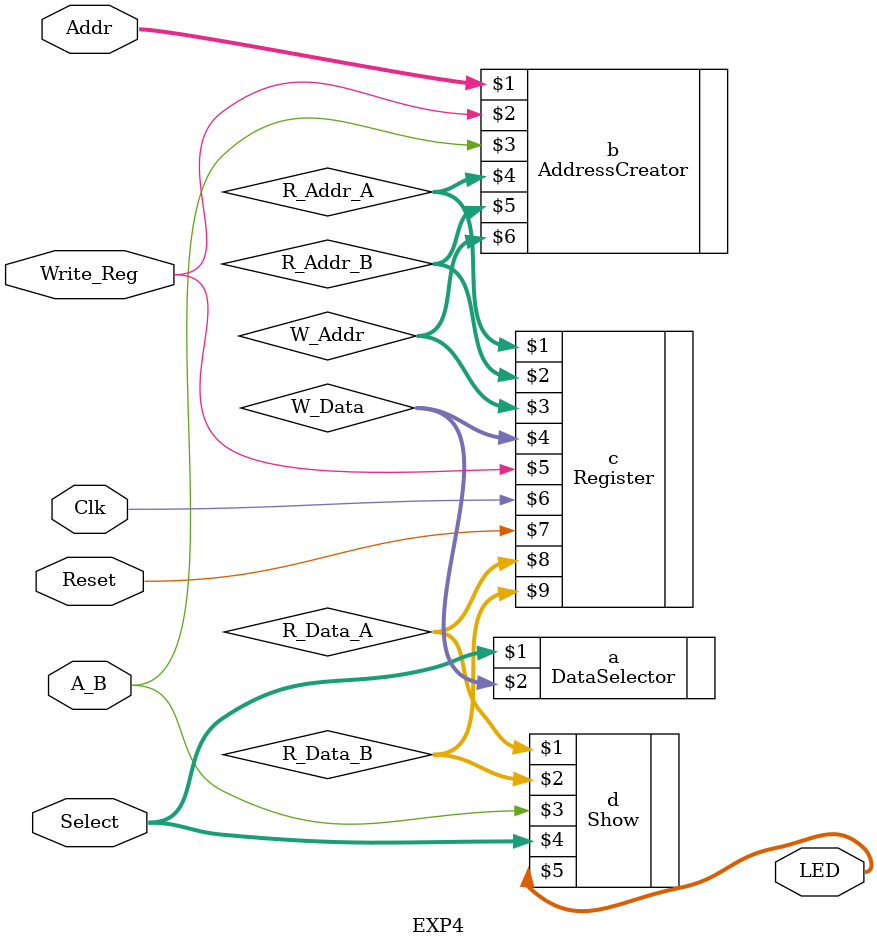
<source format=v>
module EXP4(Addr, Write_Reg, Select, Clk, Reset, A_B, LED);
    input Write_Reg, Clk, Reset, A_B;
    input [1:0] Select;
    input [4:0] Addr;
    output [7:0] LED;

    wire [31:0] W_Data;
    wire [4:0] R_Addr_A, R_Addr_B, W_Addr;
    wire [31:0] R_Data_A, R_Data_B;

    DataSelector a(Select, W_Data);
    AddressCreator b(Addr, Write_Reg, A_B, R_Addr_A, R_Addr_B, W_Addr);
    Register c(R_Addr_A, R_Addr_B, W_Addr, W_Data, Write_Reg, Clk, Reset, R_Data_A, R_Data_B);
    Show d(R_Data_A, R_Data_B, A_B, Select, LED);
endmodule

</source>
